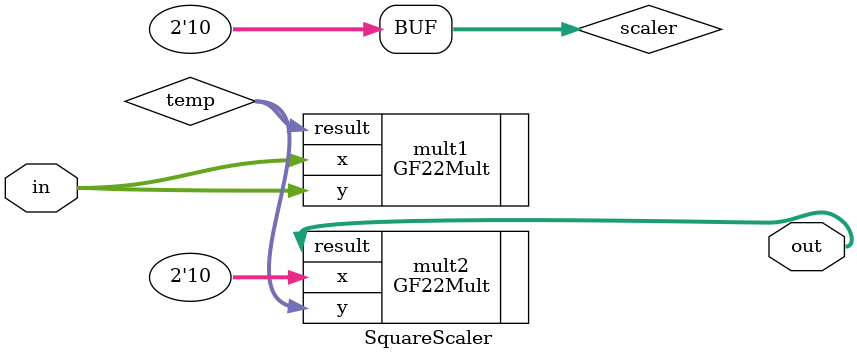
<source format=v>
module SquareScaler(
        input[1:0] in, 
        output[1:0] out 
    );
    
    reg[1:0] scaler = 2'b10;
    wire[1:0] temp;
    
    GF22Mult mult1 (.x(in), .y(in), .result(temp));
    GF22Mult mult2 (.x(scaler), .y(temp), .result(out));
    
    
endmodule

</source>
